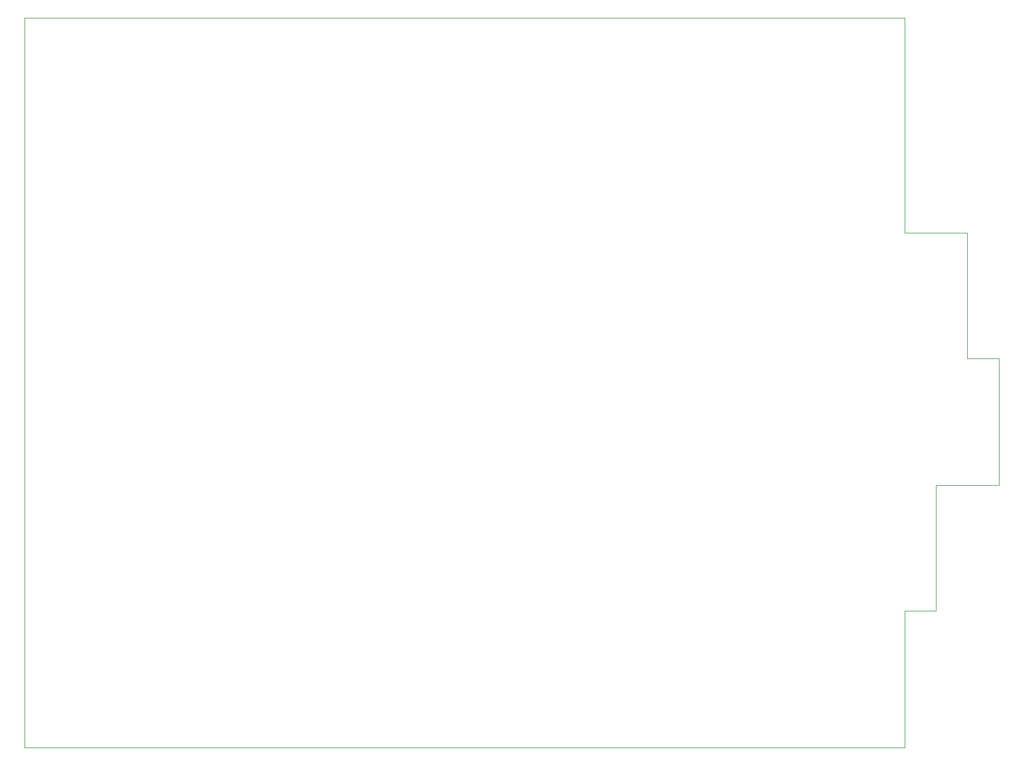
<source format=gbr>
%TF.GenerationSoftware,KiCad,Pcbnew,5.1.10*%
%TF.CreationDate,2021-08-04T23:16:11+02:00*%
%TF.ProjectId,keyboard,6b657962-6f61-4726-942e-6b696361645f,rev?*%
%TF.SameCoordinates,Original*%
%TF.FileFunction,Profile,NP*%
%FSLAX46Y46*%
G04 Gerber Fmt 4.6, Leading zero omitted, Abs format (unit mm)*
G04 Created by KiCad (PCBNEW 5.1.10) date 2021-08-04 23:16:11*
%MOMM*%
%LPD*%
G01*
G04 APERTURE LIST*
%TA.AperFunction,Profile*%
%ADD10C,0.050000*%
%TD*%
G04 APERTURE END LIST*
D10*
X203257200Y-58070800D02*
X203257200Y-44547000D01*
X203257200Y-77120800D02*
X203257200Y-58070800D01*
X212782200Y-77120800D02*
X203257200Y-77120800D01*
X212782200Y-96170800D02*
X212782200Y-77120800D01*
X217557400Y-96170800D02*
X212782200Y-96170800D01*
X217557400Y-115373200D02*
X217557400Y-96170800D01*
X208032400Y-115373200D02*
X217557400Y-115373200D01*
X208032400Y-134423200D02*
X208032400Y-115373200D01*
X203257200Y-134423200D02*
X208032400Y-134423200D01*
X203257200Y-155175000D02*
X203257200Y-134423200D01*
X69754800Y-155175000D02*
X203257200Y-155175000D01*
X69754800Y-155175000D02*
X69754800Y-44547000D01*
X69754800Y-44547000D02*
X203257200Y-44547000D01*
M02*

</source>
